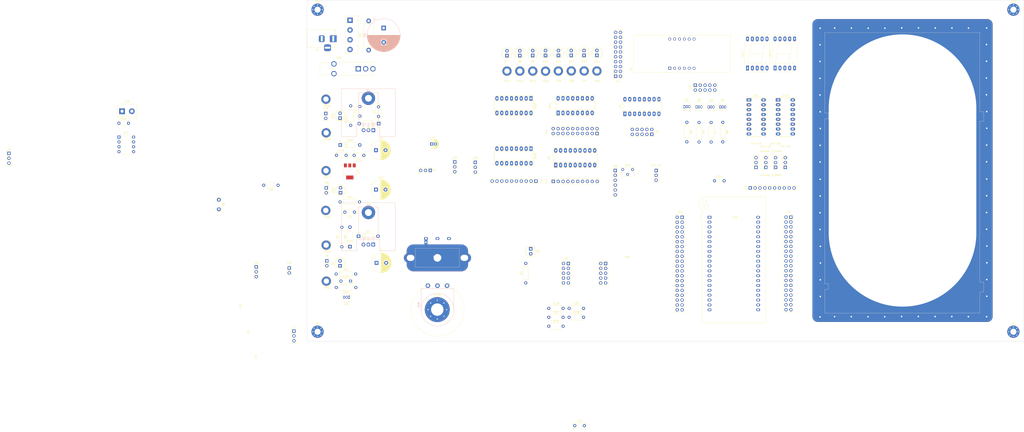
<source format=kicad_pcb>
(kicad_pcb (version 20211014) (generator pcbnew)
  (layers (0 "F.Cu" signal) (31 "B.Cu" signal) (34 "B.Paste" user) (35 "F.Paste" user) (36 "B.SilkS" user "B.Silkscreen") (37 "F.SilkS" user "F.Silkscreen") (38 "B.Mask" user) (39 "F.Mask" user) (44 "Edge.Cuts" user))
  (net 0 "")
  (net 1 "Net-(AFF1-Pad1)")
  (net 2 "Net-(AFF1-Pad2)")
  (net 3 "Net-(AFF1-Pad4)")
  (net 5 "Net-(AFF1-Pad6)")
  (net 6 "Net-(AFF1-Pad7)")
  (net 8 "Net-(AFF1-Pad9)")
  (net 9 "Net-(AFF1-Pad10)")
  (net 10 "Net-(AFF2-Pad1)")
  (net 11 "Net-(AFF2-Pad2)")
  (net 12 "Net-(AFF2-Pad4)")
  (net 14 "Net-(AFF2-Pad6)")
  (net 15 "Net-(AFF2-Pad7)")
  (net 17 "Net-(AFF2-Pad9)")
  (net 18 "Net-(AFF2-Pad10)")
  (net 19 "VCC")
  (net 20 "Net-(D1-Pad1)")
  (net 21 "Net-(D6-Pad2)")
  (net 22 "Net-(D7-Pad1)")
  (net 23 "Net-(D8-Pad1)")
  (net 24 "Net-(D9-Pad1)")
  (net 25 "Net-(D10-Pad1)")
  (net 26 "Net-(D11-Pad1)")
  (net 27 "Net-(D12-Pad1)")
  (net 28 "Net-(D13-Pad1)")
  (net 29 "Net-(D14-Pad1)")
  (net 30 "Net-(J4-Pad2)")
  (net 31 "Net-(J13-Pad9)")
  (net 32 "Net-(J13-Pad2)")
  (net 33 "Net-(J13-Pad3)")
  (net 34 "Net-(J13-Pad4)")
  (net 35 "Net-(J13-Pad5)")
  (net 36 "Net-(J13-Pad6)")
  (net 37 "Net-(J13-Pad7)")
  (net 38 "Net-(J13-Pad8)")
  (net 39 "Net-(J19-Pad1)")
  (net 40 "Net-(J19-Pad2)")
  (net 41 "Net-(J19-Pad3)")
  (net 42 "Net-(J19-Pad4)")
  (net 43 "Net-(J19-Pad5)")
  (net 44 "Net-(J19-Pad6)")
  (net 45 "Net-(J19-Pad7)")
  (net 46 "Net-(J19-Pad8)")
  (net 47 "Net-(J19-Pad9)")
  (net 48 "Net-(J19-Pad10)")
  (net 49 "Net-(Q1-Pad2)")
  (net 50 "Net-(Q2-Pad2)")
  (net 51 "Net-(Q3-Pad2)")
  (net 52 "Net-(Q4-Pad2)")
  (net 53 "Net-(J9-Pad5)")
  (net 54 "Net-(J9-Pad4)")
  (net 55 "Net-(J9-Pad3)")
  (net 56 "Net-(J9-Pad2)")
  (net 57 "Net-(J14-Pad12)")
  (net 58 "Net-(J14-Pad13)")
  (net 59 "Net-(J14-Pad14)")
  (net 60 "Net-(J14-Pad15)")
  (net 61 "Net-(J14-Pad16)")
  (net 62 "Net-(J14-Pad17)")
  (net 63 "Net-(J14-Pad18)")
  (net 64 "Net-(J14-Pad19)")
  (net 65 "Net-(J15-Pad2)")
  (net 66 "Net-(J15-Pad3)")
  (net 67 "Net-(J15-Pad4)")
  (net 68 "Net-(J15-Pad5)")
  (net 69 "Net-(J15-Pad6)")
  (net 70 "Net-(J15-Pad7)")
  (net 71 "Net-(J15-Pad8)")
  (net 73 "Net-(C4-Pad1)")
  (net 74 "/Alimentazione/+Vvar")
  (net 75 "Net-(J11-Pad16)")
  (net 76 "Net-(J11-Pad13)")
  (net 77 "Net-(J11-Pad14)")
  (net 78 "Net-(J12-Pad8)")
  (net 79 "Net-(J11-Pad20)")
  (net 80 "Net-(J14-Pad10)")
  (net 81 "Net-(J14-Pad3)")
  (net 82 "Net-(J14-Pad4)")
  (net 83 "Net-(J14-Pad5)")
  (net 84 "Net-(J14-Pad6)")
  (net 85 "Net-(J14-Pad7)")
  (net 86 "Net-(J14-Pad8)")
  (net 87 "Net-(J14-Pad9)")
  (net 88 "Net-(RV3-Pad2)")
  (net 89 "/Gen_Clock/Clock")
  (net 91 "Net-(C15-Pad1)")
  (net 92 "Net-(R15-Pad2)")
  (net 93 "Net-(J26-Pad4)")
  (net 94 "Net-(R16-Pad2)")
  (net 96 "Net-(U10-Pad5)")
  (net 97 "GNDA")
  (net 98 "Net-(J23-Pad21)")
  (net 99 "Net-(J23-Pad22)")
  (net 100 "Net-(J23-Pad23)")
  (net 101 "Net-(J23-Pad24)")
  (net 102 "Net-(J23-Pad25)")
  (net 103 "Net-(J23-Pad26)")
  (net 104 "Net-(J23-Pad27)")
  (net 105 "Net-(J23-Pad28)")
  (net 106 "Net-(J23-Pad29)")
  (net 107 "Net-(J23-Pad30)")
  (net 108 "Net-(J23-Pad31)")
  (net 109 "Net-(J23-Pad32)")
  (net 110 "Net-(J23-Pad33)")
  (net 111 "Net-(J23-Pad34)")
  (net 112 "Net-(J23-Pad35)")
  (net 113 "Net-(J23-Pad36)")
  (net 114 "Net-(J23-Pad37)")
  (net 115 "Net-(J23-Pad38)")
  (net 116 "Net-(J23-Pad39)")
  (net 117 "Net-(J23-Pad40)")
  (net 118 "Net-(J9-Pad6)")
  (net 119 "Net-(J9-Pad7)")
  (net 120 "Net-(J9-Pad8)")
  (net 121 "Net-(J9-Pad9)")
  (net 122 "Net-(J9-Pad10)")
  (net 123 "/Pulse_2/Pulse+")
  (net 124 "/Pulse_2/Pulse-")
  (net 125 "/Gen_fronti/OUT+")
  (net 126 "/Gen_fronti/OUT-")
  (net 127 "Net-(J12-Pad6)")
  (net 128 "Net-(U9-Pad5)")
  (net 132 "Net-(C17-Pad1)")
  (net 133 "Net-(C18-Pad1)")
  (net 134 "Net-(C19-Pad1)")
  (net 135 "Net-(J12-Pad10)")
  (net 136 "GND")
  (net 137 "Net-(J11-Pad1)")
  (net 138 "Net-(J11-Pad2)")
  (net 139 "Net-(J11-Pad3)")
  (net 140 "Net-(J11-Pad4)")
  (net 141 "Net-(J11-Pad5)")
  (net 142 "Net-(J11-Pad6)")
  (net 143 "Net-(J11-Pad7)")
  (net 144 "Net-(J11-Pad11)")
  (net 145 "Net-(J11-Pad8)")
  (net 146 "Net-(J11-Pad9)")
  (net 147 "Net-(J11-Pad10)")
  (net 148 "Net-(J11-Pad12)")
  (net 153 "Net-(C1-Pad1)")
  (net 154 "Net-(J14-Pad11)")
  (net 155 "Net-(C20-Pad1)")
  (net 156 "Net-(J12-Pad3)")
  (net 157 "Net-(J12-Pad4)")
  (net 158 "Net-(J12-Pad5)")
  (net 159 "Net-(J12-Pad7)")
  (net 160 "Net-(J12-Pad9)")
  (net 161 "Net-(U10-Pad1)")
  (net 162 "Net-(U10-Pad2)")
  (net 163 "Net-(U10-Pad6)")
  (net 164 "Net-(U10-Pad7)")
  (net 165 "Net-(C16-Pad1)")
  (net 166 "Net-(C7-Pad1)")
  (net 167 "Net-(C24-Pad1)")
  (net 168 "Net-(J15-Pad9)")
  (net 169 "Net-(D2-Pad1)")
  (net 170 "Net-(J22-Pad3)")
  (net 171 "Net-(J22-Pad5)")
  (net 172 "Net-(J22-Pad7)")
  (net 173 "Net-(J22-Pad10)")
  (net 174 "Net-(J22-Pad11)")
  (net 175 "Net-(J22-Pad13)")
  (net 176 "Net-(J22-Pad15)")
  (net 177 "Net-(J22-Pad17)")
  (net 178 "Net-(J22-Pad19)")
  (net 179 "Net-(J22-Pad21)")
  (net 180 "Net-(J22-Pad23)")
  (net 181 "Net-(J22-Pad25)")
  (net 182 "Net-(J22-Pad27)")
  (net 183 "Net-(J22-Pad29)")
  (net 184 "Net-(J22-Pad31)")
  (net 185 "Net-(J22-Pad33)")
  (net 186 "Net-(J22-Pad35)")
  (net 187 "Net-(J22-Pad37)")
  (net 188 "Net-(D21-Pad1)")
  (net 189 "Net-(D22-Pad1)")
  (net 190 "Net-(J22-Pad1)")
  (net 191 "Net-(J22-Pad39)")
  (net 192 "Net-(D1-Pad2)")
  (net 193 "Net-(D1-Pad3)")
  (net 195 "Net-(Q5-Pad1)")
  (net 196 "Net-(Q5-Pad2)")
  (footprint "Diode_THT:D_A-405_P10.16mm_Horizontal" (layer "F.Cu") (at 17.3482 75.5904)
    (fp_text reference "D20")
    (fp_text value "1N400x")
  )
  (footprint "Package_TO_SOT_THT:TO-92_Inline" (layer "F.Cu") (at 21.8948 155.0118 180)
    (fp_text reference "Q5")
    (fp_text value "BC237")
  )
  (footprint "LED_THT:LED_D5.0mm" (layer "F.Cu") (at 144.526 28.8494 90)
    (fp_text reference "D13")
    (fp_text value "1")
  )
  (footprint "LED_THT:LED_D5.0mm" (layer "F.Cu") (at 151.2316 28.824 90)
    (fp_text reference "D14")
    (fp_text value "0")
  )
  (footprint "Resistor_THT:R_Axial_DIN0207_L6.3mm_D2.5mm_P10.16mm_Horizontal" (layer "F.Cu") (at 17.2466 105.283)
    (fp_text reference "R24")
    (fp_text value "R")
  )
  (footprint "Connector_PinHeader_2.54mm:PinHeader_1x03_P2.54mm_Vertical" (layer "F.Cu") (at 77.089 84.4446)
    (fp_text reference "J32")
    (fp_text value "Conn_01x03")
  )
  (footprint "MountingHole:MountingHole_3.2mm_M3_Pad_Via" (layer "F.Cu") (at 5.5 173)
    (fp_text reference "TP4")
    (fp_text value "TestPoint")
  )
  (footprint "Package_TO_SOT_THT:TO-92_Inline" (layer "F.Cu") (at 196.9008 55.6094)
    (fp_text reference "Q1")
    (fp_text value "2N3904")
  )
  (footprint "Capacitor_THT:C_Disc_D7.0mm_W2.5mm_P5.00mm" (layer "F.Cu") (at 37.3126 60.666 90)
    (fp_text reference "C2")
    (fp_text value "100nF")
  )
  (footprint "Package_TO_SOT_THT:TO-92_Inline" (layer "F.Cu") (at 215.5952 55.7574)
    (fp_text reference "Q4")
    (fp_text value "2N3904")
  )
  (footprint "Diode_THT:D_A-405_P10.16mm_Horizontal" (layer "F.Cu") (at 22.4028 128.6002 90)
    (fp_text reference "D5")
    (fp_text value "1n4001")
  )
  (footprint "Display_7Segment:CA56-12EWA" (layer "F.Cu") (at 189.23 35.56 90)
    (fp_text reference "U4")
    (fp_text value "CC56-12EWA")
  )
  (footprint "TestPoint:TestPoint_Loop_D3.80mm_Drill2.8mm" (layer "F.Cu") (at 104.3178 37.0282)
    (fp_text reference "TP13")
    (fp_text value "Bit7")
  )
  (footprint "Resistor_THT:R_Axial_DIN0207_L6.3mm_D2.5mm_P10.16mm_Horizontal" (layer "F.Cu") (at 204.5208 63.8556 -90)
    (fp_text reference "R6")
    (fp_text value "R")
  )
  (footprint "MountingHole:MountingHole_3.2mm_M3_Pad_Via" (layer "F.Cu") (at 5.5 5)
    (fp_text reference "TP1")
    (fp_text value "TestPoint")
  )
  (footprint "Connector_PinHeader_2.54mm:PinHeader_1x06_P2.54mm_Vertical" (layer "F.Cu") (at 160.8074 88.9)
    (fp_text reference "J26")
    (fp_text value "Conn_01x06_Female")
  )
  (footprint "Resistor_THT:R_Axial_DIN0207_L6.3mm_D2.5mm_P10.16mm_Horizontal" (layer "F.Cu") (at 114.1222 147.5232 90)
    (fp_text reference "R3")
    (fp_text value "330")
  )
  (footprint "Connector_PinSocket_2.54mm:PinSocket_1x03_P2.54mm_Vertical" (layer "F.Cu") (at 239.3696 87.2744 180)
    (fp_text reference "Uni-A2")
    (fp_text value "Jumper_3_Open")
  )
  (footprint "LED_THT:LED_D5.0mm" (layer "F.Cu") (at 117.729 28.8798 90)
    (fp_text reference "D9")
    (fp_text value "5")
  )
  (footprint "Capacitor_THT:CP_Radial_D10.0mm_P5.00mm" (layer "F.Cu") (at 35.9918 98.8822)
    (fp_text reference "C25")
    (fp_text value "220uF")
  )
  (footprint "Connector_PinSocket_2.54mm:PinSocket_2x05_P2.54mm_Vertical" (layer "F.Cu") (at 155.765 137.409)
    (fp_text reference "J18")
    (fp_text value "Conn_02x05_Counter_Clockwise")
  )
  (footprint "Resistor_THT:R_Axial_DIN0207_L6.3mm_D2.5mm_P10.16mm_Horizontal" (layer "F.Cu") (at 216.8906 63.7794 -90)
    (fp_text reference "R8")
    (fp_text value "R")
  )
  (footprint "Connector_PinHeader_2.54mm:PinHeader_1x03_P2.54mm_Vertical" (layer "F.Cu") (at -155.482466 79.9712)
    (fp_text reference "J6")
    (fp_text value "Conn_01x03")
  )
  (footprint "Connector_PinSocket_2.54mm:PinSocket_1x02_P2.54mm_Vertical" (layer "F.Cu") (at 10.3374 136.0624)
    (fp_text reference "J5")
    (fp_text value "Conn_01x02_Male")
  )
  (footprint "TestPoint:TestPoint_Loop_D3.80mm_Drill2.8mm" (layer "F.Cu") (at 9.9168 88.987)
    (fp_text reference "TP17")
    (fp_text value "3.3VA+")
  )
  (footprint "Resistor_THT:R_Axial_DIN0207_L6.3mm_D2.5mm_P10.16mm_Horizontal" (layer "F.Cu") (at 22.7838 65.3288 90)
    (fp_text reference "R23")
    (fp_text value "R")
  )
  (footprint "TestPoint:TestPoint_Loop_D3.80mm_Drill2.8mm" (layer "F.Cu") (at 10.0838 146.6088)
    (fp_text reference "TP15")
    (fp_text value "VarA-")
  )
  (footprint "Capacitor_THT:C_Axial_L3.8mm_D2.6mm_P7.50mm_Horizontal" (layer "F.Cu") (at -15.0968 96.5962 180)
    (fp_text reference "C9")
    (fp_text value "100nF")
  )
  (footprint "TestPoint:TestPoint_Loop_D3.80mm_Drill2.8mm" (layer "F.Cu") (at 137.8712 36.957)
    (fp_text reference "TP8")
    (fp_text value "Bit2")
  )
  (footprint "TestPoint:TestPoint_Loop_D3.80mm_Drill2.8mm" (layer "F.Cu") (at 111.0234 37.0282)
    (fp_text reference "TP12")
    (fp_text value "Bit6")
  )
  (footprint "Capacitor_THT:C_Disc_D7.0mm_W2.5mm_P5.00mm" (layer "F.Cu") (at 27.5844 60.5136 90)
    (fp_text reference "C5")
    (fp_text value "100nF")
  )
  (footprint "Capacitor_THT:CP_Radial_D10.0mm_P5.00mm" (layer "F.Cu") (at 35.960923 78.3082)
    (fp_text reference "C6")
    (fp_text value "220uF")
  )
  (footprint "MountingHole:MountingHole_3.2mm_M3_Pad_Via" (layer "F.Cu") (at 368.5 5)
    (fp_text reference "TP3")
    (fp_text value "TestPoint")
  )
  (footprint "Package_DIP:DIP-16_W7.62mm_Socket_LongPads" (layer "F.Cu") (at 116.85 51.2672 -90)
    (fp_text reference "SW2")
    (fp_text value "SW_DIP_x08")
  )
  (footprint "Connector_PinHeader_2.54mm:PinHeader_1x03_P2.54mm_Vertical" (layer "F.Cu") (at -6.8072 172.6588)
    (fp_text reference "J7")
    (fp_text value "Conn_01x03")
  )
  (footprint "MountingHole:MountingHole_3.2mm_M3_Pad_Via" (layer "F.Cu") (at 368.5 173)
    (fp_text reference "TP2")
    (fp_text value "TestPoint")
  )
  (footprint "Capacitor_THT:C_Disc_D4.3mm_W1.9mm_P5.00mm" (layer "F.Cu") (at 212.598 94.2594)
    (fp_text reference "C21")
    (fp_text value "100n")
  )
  (footprint "Capacitor_THT:C_Axial_L5.1mm_D3.1mm_P7.50mm_Horizontal" (layer "F.Cu") (at 136.7532 160.8232)
    (fp_text reference "C20")
    (fp_text value "3,3uF")
  )
  (footprint "Capacitor_THT:C_Axial_L5.1mm_D3.1mm_P7.50mm_Horizontal" (layer "F.Cu") (at 136.7532 165.4732)
    (fp_text reference "C18")
    (fp_text value "33nF")
  )
  (footprint "Capacitor_THT:CP_Radial_D5.0mm_P2.00mm" (layer "F.Cu") (at 65.0494 75.072)
    (fp_text reference "C4")
    (fp_text value "10uF")
  )
  (footprint "Package_DIP:DIP-8_W7.62mm" (layer "F.Cu") (at -98.082466 71.4412)
    (fp_text reference "U7")
    (fp_text value "NE555P")
  )
  (footprint "Resistor_THT:R_Axial_DIN0207_L6.3mm_D2.5mm_P10.16mm_Horizontal" (layer "F.Cu") (at 18.1864 128.6764 90)
    (fp_text reference "R2")
    (fp_text value "240")
  )
  (footprint "MountingHole:MountingHole_3.2mm_M3" (layer "F.Cu") (at -34.8348 172.999 -90)
    (fp_text reference "H1")
    (fp_text value "MountingHole")
  )
  (footprint "Resistor_THT:R_Axial_DIN0207_L6.3mm_D2.5mm_P10.16mm_Horizontal" (layer "F.Cu") (at 25.4508 149.9108 180)
    (fp_text reference "R22")
    (fp_text value "330k")
  )
  (footprint "Package_DIP:DIP-16_W7.62mm_Socket_LongPads" (layer "F.Cu") (at 131.0032 58.8676 90)
    (fp_text reference "RN1")
    (fp_text value "Resistor Array")
  )
  (footprint "Capacitor_THT:C_Disc_D7.0mm_W2.5mm_P5.00mm" (layer "F.Cu") (at 24.7504 110.6424 180)
    (fp_text reference "C3")
    (fp_text value "100nF")
  )
  (footprint "Capacitor_THT:C_Disc_D7.0mm_W2.5mm_P5.00mm" (layer "F.Cu") (at 139.6638 221.996)
    (fp_text reference "C10")
    (fp_text value "100nF")
  )
  (footprint "Package_DIP:DIP-16_W7.62mm_Socket_LongPads" (layer "F.Cu") (at 116.85 77.5054 -90)
    (fp_text reference "RN2")
    (fp_text value "10K")
  )
  (footprint "Package_DIP:DIP-16_W7.62mm_Socket_LongPads" (layer "F.Cu") (at 245.7804 52.0346)
    (fp_text reference "U10")
    (fp_text value "9368")
  )
  (footprint "Connector_PinSocket_2.54mm:PinSocket_2x05_P2.54mm_Vertical" (layer "F.Cu") (at 179.8528 70.0224 -90)
    (fp_text reference "J9")
    (fp_text value "Conn_02x05_Counter_Clockwise")
  )
  (footprint "LED_THT:LED_D5.0mm" (layer "F.Cu") (at 137.8458 28.8494 90)
    (fp_text reference "D12")
    (fp_text value "2")
  )
  (footprint "Capacitor_THT:C_Disc_D7.0mm_W2.5mm_P5.00mm" (layer "F.Cu") (at 15.407 80.9752)
    (fp_text reference "C16")
    (fp_text value "100nF")
  )
  (footprint "Resistor_THT:R_Axial_DIN0207_L6.3mm_D2.5mm_P10.16mm_Horizontal" (layer "F.Cu") (at 15.2146 142.9004)
    (fp_text reference "R1")
    (fp_text value "3,3k")
  )
  (footprint "LED_THT:LED_D5.0mm" (layer "F.Cu") (at 104.3178 28.951 90)
    (fp_text reference "D7")
    (fp_text value "7")
  )
  (footprint "VoltmeterModule:3,5 Digit 0,28'' Voltmeter" (layer "F.Cu") (at 68.0466 134.4168)
    (fp_text reference "Vmet1")
    (fp_text value "3,5_Digit_Voltmeter_3Wire")
    (fp_rect (start -11.5 -5) (end 11.5 5) (layer "Edge.Cuts") (width 0.12) (fill none))
  )
  (footprint "TestPoint:TestPoint_Loop_D3.80mm_Drill2.8mm" (layer "F.Cu") (at 131.1402 37.0028)
    (fp_text reference "TP9")
    (fp_text value "Bit3")
  )
  (footprint "Connector_PinHeader_2.54mm:PinHeader_1x03_P2.54mm_Vertical" (layer "F.Cu") (at 87.8078 84.6732)
    (fp_text reference "J28")
    (fp_text value "Conn_01x03")
  )
  (footprint "TestPoint:TestPoint_Loop_D3.80mm_Drill2.8mm" (layer "F.Cu") (at 124.4346 37.079)
    (fp_text reference "TP10")
    (fp_text value "Bit4")
  )
  (footprint "Diode_THT:D_A-405_P10.16mm_Horizontal" (layer "F.Cu") (at 37.3888 64.4398 180)
    (fp_text reference "D4")
    (fp_text value "1N400x")
  )
  (footprint "Display_7Segment:7SegmentLED_LTS6760_LTS6780" (layer "F.Cu") (at 244.1802 35.4584 90)
    (fp_text reference "AFF2")
    (fp_text value "LTS-6980HR")
  )
  (footprint "TestPoint:TestPoint_Loop_D3.80mm_Drill2.8mm" (layer "F.Cu") (at 9.9822 127.8128)
    (fp_text reference "TP14")
    (fp_text value "VarA+")
  )
  (footprint "TerminalBlock:TerminalBlock_bornier-2_P5.08mm" (layer "F.Cu") (at -96.472466 57.9912)
    (fp_text reference "J20")
    (fp_text value "Screw_Terminal_01x02")
  )
  (footprint "Package_TO_SOT_THT:TO-92_Inline" (layer "F.Cu") (at 209.55 55.732)
    (fp_text reference "Q3")
    (fp_text value "2N3904")
  )
  (footprint "Breadboard:BreadBoard 81x146" (layer "F.Cu") (at 311.658 88.9)
    (fp_text reference "TP5")
    (fp_text value "TestPoint")
    (fp_line (start -41.63 -26.961) (end -41.63 59.039) (layer "Edge.Cuts") (width 0.12))
    (fp_line (start -41.63 -26.961) (end -39.63 -26.961) (layer "Edge.Cuts") (width 0.12))
    (fp_line (start 39.37 74.3438) (end -41.6306 74.3712) (layer "Edge.Cuts") (width 0.12))
    (fp_line (start -41.63 62.039) (end -39.63 62.039) (layer "Edge.Cuts") (width 0.12))
    (fp_line (start 39.37 -30.6562) (end 41.37 -30.6562) (layer "Edge.Cuts") (width 0.12))
    (fp_line (start 39.37 58.3438) (end 39.37 -25.6562) (layer "Edge.Cuts") (width 0.12))
    (fp_line (start -41.63 -30) (end -41.63 -71.961) (layer "Edge.Cuts") (width 0.12))
    (fp_line (start -39.63 -30) (end -39.63 -26.961) (layer "Edge.Cuts") (width 0.12))
    (fp_line (start 39.37 -30.6562) (end 39.37 -71.961) (layer "Edge.Cuts") (width 0.12))
    (fp_line (start 41.37 63.3438) (end 41.37 58.3438) (layer "Edge.Cuts") (width 0.12))
    (fp_line (start 41.37 -25.6562) (end 41.37 -30.6562) (layer "Edge.Cuts") (width 0.12))
    (fp_line (start 39.37 58.3438) (end 41.37 58.3438) (layer "Edge.Cuts") (width 0.12))
    (fp_line (start -41.63 -71.961) (end 39.37 -71.961) (layer "Edge.Cuts") (width 0.12))
    (fp_line (start 39.37 63.3438) (end 39.37 74.3438) (layer "Edge.Cuts") (width 0.12))
    (fp_line (start 41.37 -25.6562) (end 39.37 -25.6562) (layer "Edge.Cuts") (width 0.12))
    (fp_line (start 39.37 63.3438) (end 41.37 63.3438) (layer "Edge.Cuts") (width 0.12))
    (fp_line (start -39.63 59.039) (end -39.63 62.039) (layer "Edge.Cuts") (width 0.12))
    (fp_line (start -41.63 -30) (end -39.63 -30) (layer "Edge.Cuts") (width 0.12))
    (fp_line (start -39.63 59.039) (end -41.63 59.039) (layer "Edge.Cuts") (width 0.12))
    (fp_line (start -41.63 62.039) (end -41.6306 74.3712) (layer "Edge.Cuts") (width 0.12))
  )
  (footprint "Resistor_THT:R_Axial_DIN0207_L6.3mm_D2.5mm_P10.16mm_Horizontal" (layer "F.Cu") (at 198.1454 63.7794 -90)
    (fp_text reference "R5")
    (fp_text value "R")
  )
  (footprint "Connector_PinSocket_2.54mm:PinSocket_1x02_P2.54mm_Vertical" (layer "F.Cu") (at 9.7536 59.1566)
    (fp_text reference "J29")
    (fp_text value "Conn_01x02_Male")
  )
  (footprint "LED_THT:LED_D5.0mm" (layer "F.Cu") (at 116.6876 129.7686 -90)
    (fp_text reference "D6")
    (fp_text value "LED_ALT")
  )
  (footprint "LED_THT:LED_D5.0mm" (layer "F.Cu") (at 17.272 61.5746 90)
    (fp_text reference "D21")
    (fp_text value "+5V")
  )
  (footprint "Connector_PinHeader_2.54mm:PinHeader_1x03_P2.54mm_Vertical" (layer "F.Cu") (at 64.3486 88.8642 -90)
    (fp_text reference "J8")
    (fp_text value "Conn_01x03")
  )
  (footprint "Package_TO_SOT_SMD:SOT-223" (layer "F.Cu") (at 22.3266 89.3826 -90)
    (fp_text reference "U11")
    (fp_text value "L78L33_SOT89")
  )
  (footprint "TestPoint:TestPoint_Loop_D3.80mm_Drill2.8mm" (layer "F.Cu") (at 117.7544 37.0282)
    (fp_text reference "TP11")
    (fp_text value "Bit5")
  )
  (footprint "TestPoint:TestPoint_Loop_D3.80mm_Drill2.8mm" (layer "F.Cu") (at 9.8806 51.689)
    (fp_text reference "TP16")
    (fp_text value "5VA+")
  )
  (footprint "Connector_PinSocket_2.54mm:PinSocket_1x10_P2.54mm_Vertical" (layer "F.Cu") (at 128.5032 94.59 90)
    (fp_text reference "J13")
    (fp_text value "GND 0  1  2  3  4  5  6  7  +5V")
  )
  (footprint "TestPoint:TestPoint_Loop_D3.80mm_Drill2.8mm" (layer "F.Cu") (at 144.6022 36.9774)
    (fp_text reference "TP7")
    (fp_text value "Bit1")
  )
  (footprint "Capacitor_THT:C_Disc_D4.3mm_W1.9mm_P5.00mm" (layer "F.Cu") (at -98.132466 64.2412)
    (fp_text reference "C22")
    (fp_text value "100n")
  )
  (footprint "Capacitor_THT:C_Axial_L5.1mm_D3.1mm_P7.50mm_Horizontal" (layer "F.Cu") (at 126.1032 165.4732)
    (fp_text reference "C17")
    (fp_text value "3,3nF")
  )
  (footprint "MountingHole:MountingHole_3.2mm_M3" (layer "F.Cu") (at -38.8848 159.689 -90)
    (fp_text reference "H3")
    (fp_text value "MountingHole")
  )
  (footprint "Capacitor_THT:C_Disc_D7.0mm_W2.5mm_P5.00mm" (layer "F.Cu") (at 17.7038 146.5834)
    (fp_text reference "C23")
    (fp_text value "100nF")
  )
  (footprint "Package_DIP:DIP-16_W7.62mm_Socket_LongPads" (layer "F.Cu") (at 230.5404 52.06)
    (fp_text reference "U9")
    (fp_text value "9368")
  )
  (footprint "LED_THT:LED_D5.0mm" (layer "F.Cu") (at 131.1656 28.8494 90)
    (fp_text reference "D11")
    (fp_text value "3")
  )
  (footprint "TestPoint:TestPoint_Loop_D3.80mm_Drill2.8mm" (layer "F.Cu") (at 151.2316 36.9824)
    (fp_text reference "TP6")
    (fp_text value "Bit0")
  )
  (footprint "TestPoint:TestPoint_Loop_D3.80mm_Drill2.8mm" (layer "F.Cu") (at 9.7898 109.7134)
    (fp_text reference "TP19")
    (fp_text value "3.3VA-")
  )
  (footprint "Connector_PinSocket_2.54mm:PinSocket_1x03_P2.54mm_Vertical" (layer "F.Cu") (at 234.2336 87.2744 180)
    (fp_text reference "Uni-A3")
    (fp_text value "Jumper_3_Open" hide)
  )
  (footprint "Package_DIP:DIP-16_W7.62mm_LongPads" (layer "F.Cu") (at 165.8266 59.3244 90)
    (fp_text reference "U3")
    (fp_text value "DM9368")
  )
  (footprint "Button_Switch_THT:SW_100SP1T2B4M7QE" (layer "F.Cu") (at 30.57205 35.83405)
    (fp_text reference "SW1")
    (fp_text value "SwGenerale")
  )
  (footprint "Connector_PinHeader_2.54mm:PinHeader_1x10_P2.54mm_Vertical" (layer "F.Cu") (at 231.2212 97.9932 90)
    (fp_text reference "J19")
    (fp_text value "Conn_01x10_Female")
  )
  (footprint "Connector_PinSocket_2.54mm:PinSocket_2x20_P2.54mm_Vertical" (layer "F.Cu") (at 252.4252 113.2332)
    (fp_text reference "J24")
    (fp_text value "Conn_02x20_Counter_Clockwise")
  )
  (footprint "Connector_PinSocket_2.54mm:PinSocket_1x10_P2.54mm_Vertical" (layer "F.Cu") (at 119.4308 94.4376 -90)
    (fp_text reference "J15")
    (fp_text value "GND 0  1  2  3  4  5  6  7 +5V")
  )
  (footprint "Package_TO_SOT_THT:TO-92_Inline" (layer "F.Cu") (at 203.2508 55.7066)
    (fp_text reference "Q2")
    (fp_text value "2N3904")
  )
  (footprint "Resistor_THT:R_Axial_DIN0207_L6.3mm_D2.5mm_P10.16mm_Horizontal" (layer "F.Cu") (at 210.82 63.881 -90)
    (fp_text reference "R7")
    (fp_text value "R")
  )
  (footprint "Connector_PinSocket_2.54mm:PinSocket_2x10_P2.54mm_Vertical" (layer "F.Cu") (at 160.9852 39.7256 180)
    (fp_text reference "J11")
    (fp_text value "Conn_02x10_Counter_Clockwise")
  )
  (footprint "Connector_PinSocket_2.54mm:PinSocket_1x03_P2.54mm_Vertical" (layer "F.Cu") (at 182.1274 88.9)
    (fp_text reference "Uni-A4")
    (fp_text value "Jumper_3_Open")
  )
  (footprint "Connector_PinSocket_2.54mm:PinSocket_1x02_P2.54mm_Vertical" (layer "F.Cu") (at -9.2714 139.7708)
    (fp_text reference "J10")
    (fp_text value "Conn_01x02_Female")
  )
  (footprint "LED_THT:LED_D5.0mm" (layer "F.Cu") (at 111.0234 28.9256 90)
    (fp_text reference "D8")
    (fp_text value "6")
  )
  (footprint "Capacitor_THT:CP_Radial_D10.0mm_P5.00mm" (layer "F.Cu") (at 36.291123 137.0838)
    (fp_text reference "C7")
    (fp_text value "220uF")
  )
  (footprint "TestPoint:TestPoint_Loop_D3.80mm_Drill2.8mm" (layer "F.Cu") (at 10.0076 69.2404)
    (fp_text reference "TP18")
    (fp_text value "5VA-")
  )
  (footprint "Connector_PinSocket_2.54mm:PinSocket_2x05_P2.54mm_Vertical" (layer "F.Cu") (at 202.5696 44.4046 90)
    (fp_text reference "J12")
    (fp_text value "Conn_02x05_Counter_Clockwise")
  )
  (footprint "Diode_THT:Diode_Bridge_Vishay_KBL" (layer "F.Cu") (at 22.4509 10.5281 -90)
    (fp_text reference "D1")
    (fp_text value "D_Bridge_+AA-")
  )
  (footprint "Inductor_THT:L_Axial_L12.0mm_D5.0mm_P15.24mm_Horizontal_Fastron_MISC" (layer "F.Cu") (at 32.1818 26.0858 90)
    (fp_text reference "L1")
    (fp_text value "L")
  )
  (footprint "Diode_THT:D_A-405_P10.16mm_Horizontal" (layer "F.Cu") (at 26.8732 123.19)
    (fp_text reference "D3")
    (fp_text value "1n4001")
  )
  (footprint "LED_THT:LED_D5.0mm" (layer "F.Cu") (at 17.2466 138.6128 90)
    (fp_text reference "D2")
    (fp_text value "VarOut")
  )
  (footprint "Capacitor_THT:C_Disc_D7.5mm_W2.5mm_P5.00mm" (layer "F.Cu") (at -45.9994 104.1438 -90)
    (fp_text reference "C8")
    (fp_text value "100nF")
  )
  (footprint "Capacitor_THT:C_Axial_L5.1mm_D3.1mm_P7.50mm_Horizontal" (layer "F.Cu") (at 126.1032 170.1232)
    (fp_text reference "C19")
    (fp_text value "330nF")
  )
  (footprint "MountingHole:MountingHole_6.5mm_Pad_Via" (layer "F.Cu") (at 67.960241 161.4678)
    (fp_text reference "TP20")
    (fp_text value "Potenziometer")
  )
  (footprint "Connector_PinSocket_2.54mm:PinSocket_1x03_P2.54mm_Vertical" (layer "F.Cu") (at 244.4242 87.2744 180)
    (fp_text reference "Uni-A0")
    (fp_text value "Jumper_3_Open")
  )
  (footprint "Capacitor_THT:C_Disc_D7.0mm_W2.5mm_P5.00mm" (layer "F.Cu") (at 29.6164 81.0006 180)
    (fp_text reference "C24")
    (fp_text value "100nF")
  )
  (footprint "Connector_PinHeader_2.54mm:PinHeader_1x03_P2.54mm_Vertical" (layer "F.Cu") (at -26.4668 139.207)
    (fp_text reference "J31")
    (fp_text value "Conn_01x03")
  )
  (footprint "LED_THT:LED_D5.0mm" (layer "F.Cu") (at 124.429894 28.8732 90)
    (fp_text reference "D10")
    (fp_text value "4")
  )
  (footprint "Capacitor_THT:C_Axial_L5.1mm_D3.1mm_P7.50mm_Horizontal" (layer "F.Cu") (at 126.1032 160.8232)
    (fp_text reference "*C16")
    (fp_text value "330pF")
  )
  (footprint "Connector_PinSocket_2.54mm:PinSocket_1x02_P2.54mm_Vertical" (layer "F.Cu") (at 10.0434 97.9732)
    (fp_text reference "J30")
    (fp_text value "Conn_01x02_Male")
  )
  (footprint "Connector_PinSocket_2.54mm:PinSocket_2x20_P2.54mm_Vertical" (layer "F.Cu") (at 195.6816 113.3348)
    (fp_text reference "J22")
    (fp_text value "Conn_02x20_Counter_Clockwise")
  )
  (footprint "LED_THT:LED_D5.0mm" (layer "F.Cu") (at 17.4752 100.462 90)
    (fp_text reference "D22")
    (fp_text value "+3.3V")
  )
  (footprint "Potentiometer_THT:Potentiometer_Bourns_3266W_Vertical" (layer "F.Cu") (at 169.8074 88.4)
    (fp_text reference "RV3")
    (fp_text value "220K")
  )
  (footprint "Connector_PinSocket_2.54mm:PinSocket_2x10_P2.54mm_Vertical" (layer "F.Cu") (at 151.3032 69.591 -90)
    (fp_text reference "J14")
    (fp_text value "8Bit Jumper")
  )
  (footprint "Package_DIP:DIP-18_W7.62mm_Socket_LongPads" (layer "F.Cu") (at 129.7532 86.0556 90)
    (fp_text reference "U5")
    (fp_text value "ULN2803A")
  )
  (footprint "Socket:DIP_Socket-40_W22.1_W22.86_W25.4_W27.94_W28.7_3M_240-3639-00-0602J" (layer "F.Cu") (at 209.9623 113.2968)
    (fp_text reference "J23")
    (fp_text value "Conn_02x20_Counter_Clockwise")
  )
  (footprint "Connector_BarrelJack:BarrelJack_Horizontal" (layer "F.Cu") (at 13.6962 20.1499)
    (fp_text reference "J4")
    (fp_text value "Barrel_Jack_MountingPin")
  )
  (footprint "MountingHole:MountingHole_3.2mm_M3" (layer "F.Cu") (at -30.7848 186.309 -90)
    (fp_text reference "H2")
    (fp_text value "MountingHole")
  )
  (footprint "Display_7Segment:7SegmentLED_LTS6760_LTS6780" (layer "F.Cu") (at 229.7938 35.4838 90)
    (fp_text reference "AFF1")
    (fp_text value "LTS-6980HR")
  )
  (footprint "Connector_PinSocket_2.54mm:PinSocket_2x05_P2.54mm_Vertical" (layer "F.Cu") (at 136.345 137.409)
    (fp_text reference "J16")
    (fp_text value "Conn_02x05_Counter_Clockwise")
  )
  (footprint "Connector_PinSocket_2.54mm:PinSocket_1x03_P2.54mm_Vertical" (layer "F.Cu") (at 249.5296 87.2744 180)
    (fp_text reference "Uni-A1")
    (fp_text value "Jumper_3_Open" hide)
  )
  (footprint "Heatsink2:Heatsink_28x25_Horiz" (layer "B.Cu") (at 31.9982 110.744 180)
    (fp_text reference "HS2")
    (fp_text value "Heatsink")
  )
  (footprint "Heatsink2:Heatsink_28x25_Horiz" (layer "B.Cu") (at 31.9786 51.1678 180)
    (fp_text reference "HS1")
    (fp_text value "Heatsink")
  )
  (footprint "Potentiometer_THT:Potentiometer_Omeg_PC16BU_Vertical" (layer "B.Cu") (at 73.065641 148.971 -90)
    (fp_text reference "RV2")
    (fp_text value "5K")
  )
  (footprint "Capacitor_THT:CP_Radial_D17.0mm_P7.50mm" (layer "B.Cu") (at 40.005 14.538733 -90)
    (fp_text reference "C1")
    (fp_text value "1000uF")
  )
  (footprint "Package_TO_SOT_THT:TO-220-3_Horizontal_TabDown" (layer "B.Cu") (at 34.5948 67.8786 180)
    (fp_text reference "U2")
    (fp_text value "LM7805_TO220")
  )
  (footprint "Package_TO_SOT_THT:TO-220-3_Horizontal_TabDown" (layer "B.Cu") (at 34.544 127.5432 180)
    (fp_text reference "U1")
    (fp_text value "LM317_TO-220")
  )
  (gr_circle (center 68.163441 161.5186) (end 81.970882 161.5186) (layer "F.SilkS") (width 0.1) (fill none))
  (gr_rect (start 0 0) (end 374 178) (layer "Edge.Cuts") (width 0.1) (fill none))
)
</source>
